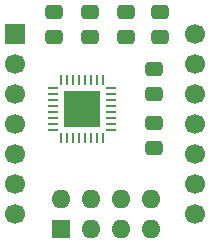
<source format=gbr>
%TF.GenerationSoftware,KiCad,Pcbnew,8.0.3*%
%TF.CreationDate,2024-07-22T10:14:54+02:00*%
%TF.ProjectId,Untitled,556e7469-746c-4656-942e-6b696361645f,rev?*%
%TF.SameCoordinates,Original*%
%TF.FileFunction,Soldermask,Top*%
%TF.FilePolarity,Negative*%
%FSLAX46Y46*%
G04 Gerber Fmt 4.6, Leading zero omitted, Abs format (unit mm)*
G04 Created by KiCad (PCBNEW 8.0.3) date 2024-07-22 10:14:54*
%MOMM*%
%LPD*%
G01*
G04 APERTURE LIST*
G04 Aperture macros list*
%AMRoundRect*
0 Rectangle with rounded corners*
0 $1 Rounding radius*
0 $2 $3 $4 $5 $6 $7 $8 $9 X,Y pos of 4 corners*
0 Add a 4 corners polygon primitive as box body*
4,1,4,$2,$3,$4,$5,$6,$7,$8,$9,$2,$3,0*
0 Add four circle primitives for the rounded corners*
1,1,$1+$1,$2,$3*
1,1,$1+$1,$4,$5*
1,1,$1+$1,$6,$7*
1,1,$1+$1,$8,$9*
0 Add four rect primitives between the rounded corners*
20,1,$1+$1,$2,$3,$4,$5,0*
20,1,$1+$1,$4,$5,$6,$7,0*
20,1,$1+$1,$6,$7,$8,$9,0*
20,1,$1+$1,$8,$9,$2,$3,0*%
G04 Aperture macros list end*
%ADD10RoundRect,0.250000X-0.475000X0.337500X-0.475000X-0.337500X0.475000X-0.337500X0.475000X0.337500X0*%
%ADD11R,1.700000X1.700000*%
%ADD12C,1.700000*%
%ADD13R,1.600000X1.600000*%
%ADD14O,1.600000X1.600000*%
%ADD15RoundRect,0.062500X-0.375000X-0.062500X0.375000X-0.062500X0.375000X0.062500X-0.375000X0.062500X0*%
%ADD16RoundRect,0.062500X-0.062500X-0.375000X0.062500X-0.375000X0.062500X0.375000X-0.062500X0.375000X0*%
%ADD17R,3.100000X3.100000*%
%ADD18RoundRect,0.250000X0.475000X-0.337500X0.475000X0.337500X-0.475000X0.337500X-0.475000X-0.337500X0*%
G04 APERTURE END LIST*
D10*
%TO.C,C1*%
X101600000Y-52556500D03*
X101600000Y-54631500D03*
%TD*%
%TO.C,C4*%
X99187000Y-47730500D03*
X99187000Y-49805500D03*
%TD*%
%TO.C,C5*%
X102108000Y-47730500D03*
X102108000Y-49805500D03*
%TD*%
D11*
%TO.C,U1*%
X89826500Y-49537590D03*
D12*
X89826500Y-52077590D03*
X89826500Y-54617590D03*
X89826500Y-57157590D03*
X89826500Y-59697590D03*
X89826500Y-62237590D03*
X89826500Y-64777590D03*
X105076500Y-64777590D03*
X105076500Y-62237590D03*
X105076500Y-59697590D03*
X105076500Y-57157590D03*
X105076500Y-54617590D03*
X105076500Y-52077590D03*
X105076500Y-49537590D03*
%TD*%
D13*
%TO.C,J1*%
X93726000Y-66040000D03*
D14*
X96266000Y-66040000D03*
X98806000Y-66040000D03*
X101346000Y-66040000D03*
X101346000Y-63500000D03*
X98806000Y-63500000D03*
X96266000Y-63500000D03*
X93726000Y-63500000D03*
%TD*%
D10*
%TO.C,C3*%
X93091000Y-47704000D03*
X93091000Y-49779000D03*
%TD*%
%TO.C,C6*%
X96139000Y-47704000D03*
X96139000Y-49779000D03*
%TD*%
D15*
%TO.C,U2*%
X93066500Y-54143000D03*
X93066500Y-54643000D03*
X93066500Y-55143000D03*
X93066500Y-55643000D03*
X93066500Y-56143000D03*
X93066500Y-56643000D03*
X93066500Y-57143000D03*
X93066500Y-57643000D03*
D16*
X93754000Y-58330500D03*
X94254000Y-58330500D03*
X94754000Y-58330500D03*
X95254000Y-58330500D03*
X95754000Y-58330500D03*
X96254000Y-58330500D03*
X96754000Y-58330500D03*
X97254000Y-58330500D03*
D15*
X97941500Y-57643000D03*
X97941500Y-57143000D03*
X97941500Y-56643000D03*
X97941500Y-56143000D03*
X97941500Y-55643000D03*
X97941500Y-55143000D03*
X97941500Y-54643000D03*
X97941500Y-54143000D03*
D16*
X97254000Y-53455500D03*
X96754000Y-53455500D03*
X96254000Y-53455500D03*
X95754000Y-53455500D03*
X95254000Y-53455500D03*
X94754000Y-53455500D03*
X94254000Y-53455500D03*
X93754000Y-53455500D03*
D17*
X95504000Y-55893000D03*
%TD*%
D18*
%TO.C,C2*%
X101600000Y-59203500D03*
X101600000Y-57128500D03*
%TD*%
M02*

</source>
